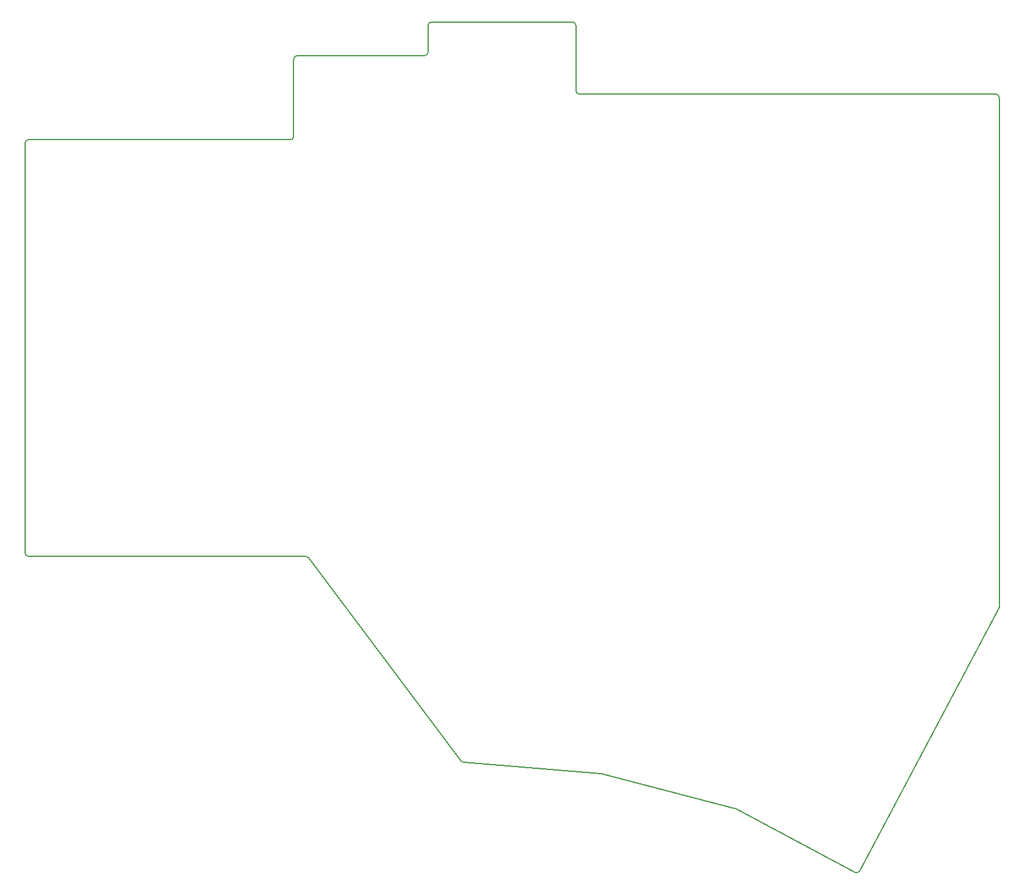
<source format=gbr>
%TF.GenerationSoftware,KiCad,Pcbnew,7.0.10*%
%TF.CreationDate,2024-02-08T10:53:14-05:00*%
%TF.ProjectId,kestrel,6b657374-7265-46c2-9e6b-696361645f70,v1.0.0*%
%TF.SameCoordinates,Original*%
%TF.FileFunction,Profile,NP*%
%FSLAX46Y46*%
G04 Gerber Fmt 4.6, Leading zero omitted, Abs format (unit mm)*
G04 Created by KiCad (PCBNEW 7.0.10) date 2024-02-08 10:53:14*
%MOMM*%
%LPD*%
G01*
G04 APERTURE LIST*
%TA.AperFunction,Profile*%
%ADD10C,0.150000*%
%TD*%
G04 APERTURE END LIST*
D10*
X168638000Y-101986000D02*
G75*
G03*
X169138000Y-101486000I0J500000D01*
G01*
X209038000Y-85826000D02*
X209038000Y-95026000D01*
X209538000Y-95526000D02*
X268388000Y-95526000D01*
X169138000Y-101486000D02*
X169138000Y-90586000D01*
X170788510Y-160886000D02*
X131638000Y-160886000D01*
X268888000Y-96026000D02*
X268888000Y-168051628D01*
X268888000Y-96026000D02*
G75*
G03*
X268388000Y-95526000I-500000J0D01*
G01*
X188138000Y-89586000D02*
X188138000Y-85826000D01*
X171188014Y-161085353D02*
G75*
G03*
X170788510Y-160886000I-399514J-300647D01*
G01*
X188638000Y-85326000D02*
G75*
G03*
X188138000Y-85826000I0J-500000D01*
G01*
X212648679Y-191645155D02*
G75*
G03*
X212564702Y-191631004I-124779J-484245D01*
G01*
X131138000Y-160386000D02*
G75*
G03*
X131638000Y-160886000I500000J0D01*
G01*
X209038000Y-85826000D02*
G75*
G03*
X208538000Y-85326000I-500000J0D01*
G01*
X169638000Y-90086000D02*
G75*
G03*
X169138000Y-90586000I0J-500000D01*
G01*
X248504142Y-205545832D02*
X231551488Y-196531946D01*
X231551485Y-196531951D02*
G75*
G03*
X231441554Y-196489246I-234785J-441549D01*
G01*
X209038000Y-95026000D02*
G75*
G03*
X209538000Y-95526000I500000J0D01*
G01*
X187638000Y-90086000D02*
G75*
G03*
X188138000Y-89586000I0J500000D01*
G01*
X188638000Y-85326000D02*
X208538000Y-85326000D01*
X212564702Y-191631003D02*
X193190701Y-190043785D01*
X268829731Y-168285878D02*
X249180609Y-205338609D01*
X169638000Y-90086000D02*
X187638000Y-90086000D01*
X231441554Y-196489245D02*
X212648678Y-191645160D01*
X131638000Y-101986000D02*
G75*
G03*
X131138000Y-102486000I0J-500000D01*
G01*
X131138000Y-160386000D02*
X131138000Y-102486000D01*
X268829719Y-168285872D02*
G75*
G03*
X268887999Y-168051627I-441719J234272D01*
G01*
X192832016Y-189846107D02*
G75*
G03*
X193190702Y-190043785I399484J300607D01*
G01*
X248504148Y-205545821D02*
G75*
G03*
X249180609Y-205338609I234752J441421D01*
G01*
X131638000Y-101986000D02*
X168638000Y-101986000D01*
X192832017Y-189846107D02*
X171188020Y-161085348D01*
M02*

</source>
